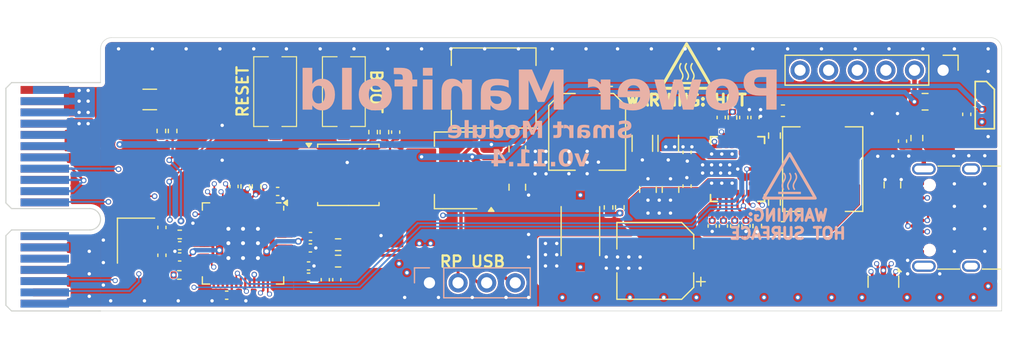
<source format=kicad_pcb>
(kicad_pcb (version 20240108) (generator "pcbnew") (generator_version "8.0")
  (title_block (date "2024-06-29") (rev "v0.11.4"))
  (layers (0 "F.Cu" signal) (1 "In1.Cu" power) (2 "In2.Cu" power) (31 "B.Cu" signal) (34 "B.Paste" user) (35 "F.Paste" user) (36 "B.SilkS" user "B.Silkscreen") (37 "F.SilkS" user "F.Silkscreen") (38 "B.Mask" user) (39 "F.Mask" user) (44 "Edge.Cuts" user))
  (net 0 "")
  (net 1 "VCC")
  (net 2 "GND")
  (net 3 "Net-(C3-Pad1)")
  (net 4 "VIN")
  (net 5 "IMON")
  (net 6 "VBUS")
  (net 7 "Net-(U4-ICOMP)")
  (net 8 "GNDUSB")
  (net 9 "D-")
  (net 10 "D+")
  (net 11 "CC1")
  (net 12 "CC2")
  (net 13 "Net-(C18-Pad1)")
  (net 14 "LED_DIN")
  (net 15 "+5V")
  (net 16 "Net-(C23-Pad2)")
  (net 17 "SCL")
  (net 18 "ENABLE")
  (net 19 "SDA")
  (net 20 "VDD")
  (net 21 "OVERLOAD")
  (net 22 "ALERT")
  (net 24 "/INDUCTOR")
  (net 25 "/OUTDUCTOR")
  (net 26 "/EMI_VIN")
  (net 27 "/XIN")
  (net 28 "+1V1")
  (net 29 "RP_D-")
  (net 30 "/SWCLK")
  (net 31 "/SWD")
  (net 32 "/QSPI_SS")
  (net 33 "/XOUT")
  (net 34 "/QSPI_SD1")
  (net 35 "/QSPI_SD2")
  (net 36 "/QSPI_SD3")
  (net 37 "/QSPI_SD0")
  (net 38 "/QSPI_SCLK")
  (net 39 "/GPIO18")
  (net 40 "/GPIO15")
  (net 41 "/GPIO7")
  (net 42 "/GPIO25")
  (net 43 "/GPIO3")
  (net 44 "/GPIO11")
  (net 45 "/GPIO2")
  (net 46 "/GPIO0")
  (net 47 "/RUN")
  (net 48 "/GPIO8")
  (net 49 "/GPIO16")
  (net 50 "/GPIO20")
  (net 51 "/GPIO19")
  (net 52 "/GPIO14")
  (net 53 "/GPIO17")
  (net 54 "Net-(U4-BST1)")
  (net 55 "/GPIO6")
  (net 56 "/GPIO13")
  (net 57 "/GPIO10")
  (net 58 "/GPIO21")
  (net 59 "/GPIO23")
  (net 60 "/GPIO9")
  (net 61 "Net-(U3-USB_DP)")
  (net 62 "Net-(U3-USB_DM)")
  (net 64 "/VIN_PREFUSE")
  (net 65 "Net-(U4-BST2)")
  (net 66 "VIN_DIVIDER")
  (net 67 "VOUT_DIVIDER")
  (net 68 "RP_D+")
  (net 69 "Net-(J4-SHIELD)")
  (net 79 "Net-(R4-Pad1)")
  (net 80 "/GPIO27_ADC1")
  (net 81 "Net-(R1-Pad2)")
  (net 82 "+3.3V")
  (net 84 "Net-(U4-GPIO1)")
  (footprint "Capacitor_SMD:C_0402_1005Metric" (layer "F.Cu") (at 92.1 33.1 90)
    (property "Reference" "C7" (hide yes))
    (property "Value" "2.2uF")
  )
  (footprint "Connector_USB:USB_C_Receptacle_XKB_U262-16XN-4BVC11" (layer "F.Cu") (at 110.2 42 90)
    (property "Reference" "J4" (hide yes))
    (property "Value" "USB_C_Receptacle_USB2.0_14P")
  )
  (footprint "Resistor_SMD:R_0603_1608Metric" (layer "F.Cu") (at 106.47 34.93 90)
    (property "Reference" "R18" (hide yes))
    (property "Value" "100K")
  )
  (footprint "Capacitor_SMD:C_1206_3216Metric" (layer "F.Cu") (at 82.1 35.4 -90)
    (property "Reference" "C13" (hide yes))
    (property "Value" "4.7uF")
  )
  (footprint "Resistor_SMD:R_0402_1005Metric" (layer "F.Cu") (at 58.2 34.4 90)
    (property "Reference" "R1" (hide yes))
    (property "Value" "1K")
  )
  (footprint "Capacitor_SMD:C_0402_1005Metric" (layer "F.Cu") (at 41.03 44.5 180)
    (property "Reference" "C25" (hide yes))
    (property "Value" "100nF")
  )
  (footprint "Local Library:XKB_TS-1101_SWITCH" (layer "F.Cu") (at 55.6 30.8 -90)
    (property "Reference" "SW1" (hide yes))
    (property "Value" "BOOT")
  )
  (footprint "Inductor_SMD:L_Sunlord_MWSA0603S" (layer "F.Cu") (at 98.11 37.69 -90)
    (property "Reference" "L2" (hide yes))
    (property "Value" "4.7uH")
  )
  (footprint "Resistor_SMD:R_0402_1005Metric" (layer "F.Cu") (at 79.1 41.1 90)
    (property "Reference" "R17" (hide yes))
    (property "Value" "3.3K")
  )
  (footprint "Capacitor_SMD:C_0402_1005Metric" (layer "F.Cu") (at 86.07 36.2 -90)
    (property "Reference" "C14" (hide yes))
    (property "Value" "100nF")
  )
  (footprint "Resistor_SMD:R_0402_1005Metric" (layer "F.Cu") (at 41 47.1)
    (property "Reference" "R4" (hide yes))
    (property "Value" "1K")
  )
  (footprint "Capacitor_SMD:C_0402_1005Metric" (layer "F.Cu") (at 39.45 45.35 -90)
    (property "Reference" "C3" (hide yes))
    (property "Value" "39pF")
  )
  (footprint "Capacitor_SMD:C_0402_1005Metric" (layer "F.Cu") (at 91.3 42.75 -90)
    (property "Reference" "C33" (hide yes))
    (property "Value" "470pF")
  )
  (footprint "Local Library:HOT_SURFACE_SMALL" (layer "F.Cu") (at 86.2 30.734249)
    (property "Reference" "REF**" (hide yes))
    (property "Value" "HOT_SURFACE_SMALL")
  )
  (footprint "Resistor_SMD:R_0402_1005Metric" (layer "F.Cu") (at 92.3 42.75 -90)
    (property "Reference" "R5" (hide yes))
    (property "Value" "10K")
  )
  (footprint "Capacitor_SMD:CP_Elec_6.3x7.7" (layer "F.Cu") (at 83.25 45.85 180)
    (property "Reference" "C29" (hide yes))
    (property "Value" "100uF")
  )
  (footprint "Capacitor_SMD:C_0402_1005Metric" (layer "F.Cu") (at 54.975 47.525 90)
    (property "Reference" "C30" (hide yes))
    (property "Value" "100nF")
  )
  (footprint "Package_TO_SOT_SMD:SOT-223-3_TabPin2" (layer "F.Cu") (at 65.55 37.8 180)
    (property "Reference" "U1" (hide yes))
    (property "Value" "AMS1117-3.3")
  )
  (footprint "Resistor_SMD:R_0603_1608Metric" (layer "F.Cu") (at 93.83 34.71 90)
    (property "Reference" "R7" (hide yes))
    (property "Value" "10R")
  )
  (footprint "Capacitor_SMD:C_0402_1005Metric" (layer "F.Cu") (at 52.47 47.3)
    (property "Reference" "C16" (hide yes))
    (property "Value" "2.2uF")
  )
  (footprint "Capacitor_SMD:C_0402_1005Metric" (layer "F.Cu") (at 52.64 43.68)
    (property "Reference" "C6" (hide yes))
    (property "Value" "100nF")
  )
  (footprint "Capacitor_SMD:C_0402_1005Metric" (layer "F.Cu") (at 52.63 44.7)
    (property "Reference" "C15" (hide yes))
    (property "Value" "100nF")
  )
  (footprint "Capacitor_SMD:C_0402_1005Metric" (layer "F.Cu") (at 41.025 45.5 180)
    (property "Reference" "C9" (hide yes))
    (property "Value" "100nF")
  )
  (footprint "Capacitor_SMD:C_0805_2012Metric" (layer "F.Cu") (at 71 35.9 -90)
    (property "Reference" "C1" (hide yes))
    (property "Value" "10uF")
  )
  (footprint "Resistor_SMD:R_0402_1005Metric" (layer "F.Cu") (at 47.85 39.23 -90)
    (property "Reference" "R11" (hide yes))
    (property "Value" "10K")
  )
  (footprint "Resistor_SMD:R_0402_1005Metric" (layer "F.Cu") (at 80.1 41.09 -90)
    (property "Reference" "R16" (hide yes))
    (property "Value" "22K")
  )
  (footprint "Resistor_SMD:R_0402_1005Metric" (layer "F.Cu") (at 40.4 34.3 -90)
    (property "Reference" "R14" (hide yes))
    (property "Value" "22K")
  )
  (footprint "Capacitor_SMD:C_0402_1005Metric" (layer "F.Cu") (at 49.725 39.675)
    (property "Reference" "C17" (hide yes))
    (property "Value" "100nF")
  )
  (footprint "Capacitor_SMD:C_0402_1005Metric" (layer "F.Cu") (at 86.07 39.2 90)
    (property "Reference" "C26" (hide yes))
    (property "Value" "100nF")
  )
  (footprint "Capacitor_SMD:C_0402_1005Metric" (layer "F.Cu") (at 110.9 32.82 -90)
    (property "Reference" "C37" (hide yes))
    (property "Value" "2.2uF")
  )
  (footprint "Capacitor_SMD:C_0402_1005Metric" (layer "F.Cu") (at 105.2 35.2 90)
    (property "Reference" "C35" (hide yes))
    (property "Value" "100nF")
  )
  (footprint "Connector_PCBEdge:BUS_PCIexpress_x1" (layer "F.Cu") (at 29.05 30.65 -90)
    (property "Reference" "J2" (hide yes))
    (property "Value" "Bus_PCI_Express_x1")
    (fp_line (start -0.15 3.45) (end 10.05 3.45) (stroke (width 0.1)) (layer "Edge.Cuts"))
    (fp_line (start 12.95 3.45) (end 19.15 3.45) (stroke (width 0.1)) (layer "Edge.Cuts"))
    (fp_line (start -0.65 2.95) (end -0.15 3.45) (stroke (width 0.1)) (layer "Edge.Cuts"))
    (fp_line (start 10.55 2.95) (end 10.05 3.45) (stroke (width 0.1)) (layer "Edge.Cuts"))
    (fp_line (start 12.45 2.95) (end 12.95 3.45) (stroke (width 0.1)) (layer "Edge.Cuts"))
    (fp_line (start 19.65 2.95) (end 19.15 3.45) (stroke (width 0.1)) (layer "Edge.Cuts"))
    (fp_line (start 10.55 -4) (end 10.55 2.95) (stroke (width 0.1)) (layer "Edge.Cuts"))
    (fp_line (start 12.45 -4) (end 12.45 2.95) (stroke (width 0.1)) (layer "Edge.Cuts"))
    (fp_line (start -0.65 -4.95) (end -0.65 2.95) (stroke (width 0.1)) (layer "Edge.Cuts"))
    (fp_line (start 19.65 -4.95) (end 19.65 2.95) (stroke (width 0.1)) (layer "Edge.Cuts"))
    (fp_arc (start 10.55 -4) (mid 11.5 -4.95) (end 12.45 -4) (stroke (width 0.1)) (layer "Edge.Cuts"))
  )
  (footprint "Capacitor_SMD:C_0805_2012Metric" (layer "F.Cu") (at 104.3 39.1 -90)
    (property "Reference" "C28" (hide yes))
    (property "Value" "10uF")
  )
  (footprint "Capacitor_SMD:C_0402_1005Metric" (layer "F.Cu") (at 90.3 42.75 -90)
    (property "Reference" "C31" (hide yes))
    (property "Value" "470pF")
  )
  (footprint "Resistor_SMD:R_0402_1005Metric" (layer "F.Cu") (at 46.85 39.23 -90)
    (property "Reference" "R13" (hide yes))
    (property "Value" "10K")
  )
  (footprint "Capacitor_SMD:C_0805_2012Metric" (layer "F.Cu") (at 82.6 39.5 90)
    (property "Reference" "C21" (hide yes))
    (property "Value" "10uF")
  )
  (footprint "Local Library:MPQ4242_QNF-22_4mmx5mm" (layer "F.Cu") (at 90.55 37.685)
    (property "Reference" "U4" (hide yes))
    (property "Value" "MPQ4242")
  )
  (footprint "Fuse:Fuse_1206_3216Metric" (layer "F.Cu") (at 38.37 31.5 180)
    (property "Reference" "F1" (hide yes))
    (property "Value" "8A")
  )
  (footprint "Capacitor_SMD:C_0402_1005Metric" (layer "F.Cu") (at 89.3 42.75 -90)
    (property "Reference" "C32" (hide yes))
    (property "Value" "470pF")
  )
  (footprint "Capacitor_SMD:C_0805_2012Metric" (layer "F.Cu") (at 84.6 39.5 90)
    (property "Reference" "C24" (hide yes))
    (property "Value" "10uF")
  )
  (footprint "Capacitor_SMD:C_0402_1005Metric" (layer "F.Cu") (at 88.3 42.75 -90)
    (property "Reference" "C34" (hide yes))
    (property "Value" "470pF")
  )
  (footprint "Connector_PinHeader_2.54mm:PinHeader_1x06_P2.54mm_Vertical" (layer "F.Cu") (at 108.8 28.9 -90)
    (property "Reference" "J1" (hide yes))
    (property "Value" "Conn_01x06_Pin")
  )
  (footprint "Capacitor_SMD:C_0402_1005Metric" (layer "F.Cu") (at 91.1 33.1 90)
    (property "Reference" "C8" (hide yes))
    (property "Value" "470pF")
  )
  (footprint "Capacitor_SMD:CP_Elec_6.3x7.7" (layer "F.Cu") (at 77.2 34.38 -90)
    (property "Reference" "C11" (hide yes))
    (property "Value" "100uF")
  )
  (footprint "Package_DFN_QFN:QFN-56-1EP_7x7mm_P0.4mm_EP3.2x3.2mm" (layer "F.Cu") (at 46.65 44.3 -90)
    (property "Reference" "U3" (hide yes))
    (property "Value" "RP2040")
  )
  (footprint "Crystal:Crystal_SMD_3225-4Pin_3.2x2.5mm" (layer "F.Cu") (at 37.15 44.05 -90)
    (property "Reference" "Y1" (hide yes))
    (property "Value" "X322512MSB4SI")
  )
  (footprint "Capacitor_SMD:C_0805_2012Metric" (layer "F.Cu") (at 71 39.3 -90)
    (property "Reference" "C4" (hide yes))
    (property "Value" "10uF")
  )
  (footprint "Resistor_SMD:R_0402_1005Metric" (layer "F.Cu") (at 59.2 34.4 90)
    (property "Reference" "R2" (hide yes))
    (property "Value" "10K")
  )
  (footprint "Resistor_SMD:R_0402_1005Metric" (layer "F.Cu") (at 90.1 33.1 -90)
    (property "Reference" "R8" (hide yes))
    (property "Value" "4.7K")
  )
  (footprint "Resistor_SMD:R_0603_1608Metric" (layer "F.Cu") (at 93.83 40.66 90)
    (property "Reference" "R12" (hide yes))
    (property "Value" "0R")
  )
  (footprint "Local Library:LED_Neopixel_Side_Light_SK6812" (layer "F.Cu") (at 112.25 33.5 90)
    (property "Reference" "D2" (hide yes))
    (property "Value" "STATUS_LED")
  )
  (footprint "Capacitor_SMD:C_0603_1608Metric" (layer "F.Cu") (at 94.58 42.87 180)
    (property "Reference" "C23" (hide yes))
    (property "Value" "220nF")
  )
  (footprint "Capacitor_SMD:C_1206_3216Metric" (layer "F.Cu") (at 84.4 35.4 -90)
    (property "Reference" "C12" (hide yes))
    (property "Value" "4.7uF")
  )
  (footprint "Capacitor_SMD:C_0402_1005Metric" (layer "F.Cu") (at 45.2 48.9 180)
    (property "Reference" "C20" (hide yes))
    (property "Value" "100nF")
  )
  (footprint "Resistor_SMD:R_0603_1608Metric" (layer "F.Cu") (at 55.09 45.87 180)
    (property "Reference" "R10" (hide yes))
    (property "Value" "27R")
  )
  (footprint "Capacitor_SMD:C_0402_1005Metric" (layer "F.Cu") (at 52.47 46.3)
    (property "Reference" "C10" (hide yes))
    (property "Value" "2.2uF")
  )
  (footprint "Resistor_SMD:R_2512_6332Metric" (layer "F.Cu") (at 76.6 43.2 -90)
    (property "Reference" "R6" (hide yes))
    (property "Value" "R010")
  )
  (footprint "Capacitor_SMD:C_0402_1005Metric" (layer "F.Cu") (at 53.95 47.525 90)
    (property "Reference" "C27" (hide yes))
    (property "Value" "100nF")
  )
  (footprint "Package_SO:SOIC-8_5.23x5.23mm_P1.27mm" (layer "F.Cu") (at 56 38.2)
    (property "Reference" "U2" (hide yes))
    (property "Value" "W25Q32JVSSIQ")
  )
  (footprint "Resistor_SMD:R_0603_1608Metric" (layer "F.Cu") (at 55.09 44.41 180)
    (property "Reference" "R9" (hide yes))
    (property "Value" "27R")
  )
  (footprint "Resistor_SMD:R_0402_1005Metric" (layer "F.Cu") (at 39.4 34.3 90)
    (property "Reference" "R15" (hide yes))
    (property "Value" "2K")
  )
  (footprint "Capacitor_SMD:C_0805_2012Metric" (layer "F.Cu") (at 107.2 31.7)
    (property "Reference" "C36" (hide yes))
    (property "Value" "10uF")
  )
  (footprint "Local Library:XKB_TS-1101_SWITCH" (layer "F.Cu") (at 49.5 30.8 -90)
    (property "Reference" "SW2" (hide yes))
    (property "Value" "RESET")
  )
  (footprint "Capacitor_SMD:C_0402_1005Metric" (layer "F.Cu") (at 60.2 34.4 90)
    (property "Reference" "C5" (hide yes))
    (property "Value" "100nF")
  )
  (footprint "Capacitor_SMD:C_0603_1608Metric" (layer "F.Cu") (at 94.58 32.5)
    (property "Reference" "C18" (hide yes))
    (property "Value" "220nF")
  )
  (footprint "Capacitor_SMD:C_0402_1005Metric" (layer "F.Cu") (at 89.1 33.1 -90)
    (property "Reference" "C19" (hide yes))
    (property "Value" "4.7nF")
  )
  (footprint "Package_DFN_QFN:Diodes_UDFN-10_1.0x2.5mm_P0.5mm" (layer "F.Cu") (at 103.5 47.7 -90)
    (property "Reference" "D1" (hide yes))
    (property "Value" "TPD4EUSB30")
  )
  (footprint "Inductor_SMD:L_Sunlord_MWSA0603S" (layer "F.Cu") (at 68.9 30.48)
    (property "Reference" "L1" (hide yes))
    (property "Value" "4.7uH")
  )
  (footprint "Resistor_SMD:R_0402_1005Metric" (layer "F.Cu") (at 41.03 43.5 180)
    (property "Reference" "R3" (hide yes))
    (property "Value" "1K")
  )
  (footprint "Capacitor_SMD:C_0402_1005Metric" (layer "F.Cu") (at 45.85 39.23 90)
    (property "Reference" "C22" (hide yes))
    (property "Value" "100nF")
  )
  (footprint "Capacitor_SMD:C_0402_1005Metric" (layer "F.Cu") (at 39.45 42.875 90)
    (property "Reference" "C2" (hide yes))
    (property "Value" "39pF")
  )
  (footprint "Local Library:HOT_SURFACE_SMALL" (layer "B.Cu") (at 95 40.5 180)
    (property "Reference" "REF**" (hide yes))
    (property "Value" "HOT_SURFACE_SMALL")
  )
  (footprint "Connector_PinHeader_2.54mm:PinHeader_1x04_P2.54mm_Vertical" (layer "B.Cu") (at 63.2 47.8 -90)
    (property "Reference" "J3" (hide yes))
    (property "Value" "RP_USB")
  )
  (gr_arc (start 34 27) (mid 34.292893 26.292893) (end 35 26) (stroke (width 0.05)) (layer "Edge.Cuts"))
  (gr_arc (start 113 26) (mid 113.707107 26.292893) (end 114 27) (stroke (width 0.05)) (layer "Edge.Cuts"))
  (gr_line (start 35 26) (end 113 26) (stroke (width 0.05)) (layer "Edge.Cuts"))
  (gr_line (start 114 27) (end 114 50.3) (stroke (width 0.05)) (layer "Edge.Cuts"))
  (gr_line (start 114 50.3) (end 34 50.3) (stroke (width 0.05)) (layer "Edge.Cuts"))
  (gr_line (start 34 27) (end 34 30) (stroke (width 0.05)) (layer "Edge.Cuts"))
  (gr_text "WARNING:\nHOT SURFACE" (at 95 44 0) (layer "B.SilkS") (effects (font (size 1 1) (thickness 0.25) (bold yes)) (justify bottom mirror)))
  (gr_text "Smart Module\n${REVISION}" (at 73 37.7 0) (layer "B.SilkS") (effects (font (size 1.5 1.5) (thickness 0.3) (bold yes)) (justify bottom mirror)))
  (gr_text "Power Manifold" (at 73 33 0) (layer "B.SilkS") (effects (font (size 3.5 3.5) (thickness 0.2) (bold yes) (italic yes)) (justify bottom mirror)))
  (gr_text "BOOT" (at 57.9 30.8 270) (layer "F.SilkS") (effects (font (size 1 1) (thickness 0.2) (bold yes)) (justify bottom)))
  (gr_text "RP USB" (at 64 46.5 -0) (layer "F.SilkS") (effects (font (size 1 1) (thickness 0.2) (bold yes)) (justify left bottom)))
  (gr_text "WARNING: HOT" (at 86 32.15 0) (layer "F.SilkS") (effects (font (size 1 1) (thickness 0.25) (bold yes)) (justify bottom)))
  (gr_text "RESET" (at 47.2 30.8 90) (layer "F.SilkS") (effects (font (size 1 1) (thickness 0.2) (bold yes)) (justify bottom)))
  (segment (start 91.05 35.36) (end 91.05 34.63) (width 0.25) (layer "F.Cu") (net 1))
  (segment (start 91.05 34.63) (end 92.1 33.58) (width 0.25) (layer "F.Cu") (net 1))
  (segment (start 86.07 36.96) (end 86.09 36.98) (width 0.2) (layer "F.Cu") (net 2))
  (segment (start 89.13 34.38) (end 89.13 34.39) (width 0.25) (layer "F.Cu") (net 2))
  (segment (start 86.07 38.45) (end 86.05 38.45) (width 0.2) (layer "F.Cu") (net 2))
  (segment (start 86.07 36.95) (end 86.07 36.96) (width 0.2) (layer "F.Cu") (net 2))
  (segment (start 89.55 34.81) (end 89.55 35.36) (width 0.25) (layer "F.Cu") (net 2))
  (segment (start 89.13 34.39) (end 89.55 34.81) (width 0.25) (layer "F.Cu") (net 2))
  (via (at 59.5 27) (size 0.5) (drill 0.3) (layers "F.Cu" "B.Cu") (net 2))
  (via (at 95 27) (size 0.5) (drill 0.3) (layers "F.Cu" "B.Cu") (net 2))
  (via (at 105.6 49.1) (size 0.5) (drill 0.3) (layers "F.Cu" "B.Cu") (net 2))
  (via (at 55.9 37.1) (size 0.5) (drill 0.3) (layers "F.Cu" "B.Cu") (net 2))
  (via (at 45.35 45.6) (size 0.6) (drill 0.35) (layers "F.Cu" "B.Cu") (net 2))
  (via (at 92.6 32.4) (size 0.45) (drill 0.3) (layers "F.Cu" "B.Cu") (net 2))
  (via (at 44.8 33.8) (size 0.5) (drill 0.3) (layers "F.Cu" "B.Cu") (net 2))
  (via (at 72.6 36.11) (size 0.5) (drill 0.3) (layers "F.Cu" "B.Cu") (net 2))
  (via (at 52.95 46.3) (size 0.5) (drill 0.3) (layers "F.Cu" "B.Cu") (net 2))
  (via (at 37.9 49.4) (size 0.5) (drill 0.3) (layers "F.Cu" "B.Cu") (net 2))
  (via (at 74.1 27) (size 0.5) (drill 0.3) (layers "F.Cu" "B.Cu") (net 2))
  (via (at 46.9 49.4) (size 0.5) (drill 0.3) (layers "F.Cu" "B.Cu") (net 2))
  (via (at 107 27) (size 0.5) (drill 0.3) (layers "F.Cu" "B.Cu") (net 2))
  (via (at 103.5 46.7) (size 0.45) (drill 0.3) (layers "F.Cu" "B.Cu") (net 2))
  (via (at 82.9 27) (size 0.5) (drill 0.3) (layers "F.Cu" "B.Cu") (net 2))
  (via (at 112.8 29) (size 0.5) (drill 0.3) (layers "F.Cu" "B.Cu") (net 2))
  (via (at 91.6 32.4) (size 0.45) (drill 0.3) (layers "F.Cu" "B.Cu") (net 2))
  (via (at 88.9 27) (size 0.5) (drill 0.3) (layers "F.Cu" "B.Cu") (net 2))
  (via (at 86.09 36.98) (size 0.5) (drill 0.3) (layers "F.Cu" "B.Cu") (net 2))
  (via (at 72 45.5) (size 0.5) (drill 0.3) (layers "F.Cu" "B.Cu") (net 2))
  (via (at 70 49.1) (size 0.5) (drill 0.3) (layers "F.Cu" "B.Cu") (net 2))
  (via (at 53.5 27) (size 0.5) (drill 0.3) (layers "F.Cu" "B.Cu") (net 2))
  (via (at 104.75 32.75) (size 0.45) (drill 0.3) (layers "F.Cu" "B.Cu") (net 2))
  (via (at 72 43.5) (size 0.5) (drill 0.3) (layers "F.Cu" "B.Cu") (net 2))
  (via (at 73.55 36.11) (size 0.5) (drill 0.3) (layers "F.Cu" "B.Cu") (net 2))
  (via (at 92.6 33) (size 0.45) (drill 0.3) (layers "F.Cu" "B.Cu") (net 2))
  (via (at 87.45 37.315) (size 0.45) (drill 0.3) (layers "F.Cu" "B.Cu") (net 2))
  (via (at 64 49.1) (size 0.5) (drill 0.3) (layers "F.Cu" "B.Cu") (net 2))
  (via (at 84 49.1) (size 0.5) (drill 0.3) (layers "F.Cu" "B.Cu") (net 2))
  (via (at 46.65 43) (size 0.6) (drill 0.35) (layers "F.Cu" "B.Cu") (net 2))
  (via (at 89.85 37.315) (size 0.45) (drill 0.3) (layers "F.Cu" "B.Cu") (net 2))
  (via (at 111.5 49.1) (size 0.5) (drill 0.3) (layers "F.Cu" "B.Cu") (net 2))
  (via (at 41.6 27) (size 0.5) (drill 0.3) (layers "F.Cu" "B.Cu") (net 2))
  (via (at 86.05 38.45) (size 0.5) (drill 0.3) (layers "F.Cu" "B.Cu") (net 2))
  (via (at 101 27) (size 0.5) (drill 0.3) (layers "F.Cu" "B.Cu") (net 2))
  (via (at 77.2 37.09) (size 0.5) (drill 0.3) (layers "F.Cu" "B.Cu") (net 2))
  (via (at 34.25 48) (size 0.5) (drill 0.3) (layers "F.Cu" "B.Cu") (net 2))
  (via (at 79.9 27) (size 0.5) (drill 0.3) (layers "F.Cu" "B.Cu") (net 2))
  (via (at 86.9 49.1) (size 0.5) (drill 0.3) (layers "F.Cu" "B.Cu") (net 2))
  (via (at 81 49.1) (size 0.5) (drill 0.3) (layers "F.Cu" "B.Cu") (net 2))
  (via (at 112.8 27) (size 0.5) (drill 0.3) (layers "F.Cu" "B.Cu") (net 2))
  (via (at 102.5 32.75) (size 0.45) (drill 0.3) (layers "F.Cu" "B.Cu") (net 2))
  (via (at 72 49.1) (size 0.5) (drill 0.3) (layers "F.Cu" "B.Cu") (net 2))
  (via (at 68.1 27) (size 0.5) (drill 0.3) (layers "F.Cu" "B.Cu") (net 2))
  (via (at 42.2 42.5) (size 0.5) (drill 0.3) (layers "F.Cu" "B.Cu") (net 2))
  (via (at 34.25 44) (size 0.5) (drill 0.3) (layers "F.Cu" "B.Cu") (net 2))
  (via (at 104 27) (size 0.5) (drill 0.3) (layers "F.Cu" "B.Cu") (net 2))
  (via (at 72.6 37.09) (size 0.5) (drill 0.3) (layers "F.Cu" "B.Cu") (net 2))
  (via (at 90.57 37.685) (size 0.45) (drill 0.3) (layers "F.Cu" "B.Cu") (net 2))
  (via (at 78.2 37.07) (size 0.5) (drill 0.3) (layers "F.Cu" "B.Cu") (net 2))
  (via (at 32.9 33.65) (size 0.5) (drill 0.3) (layers "F.Cu" "B.Cu") (net 2))
  (via (at 82.6 38.55) (size 0.5) (drill 0.3) (layers "F.Cu" "B.Cu") (net 2))
  (via (at 101.6 49.1) (size 0.5) (drill 0.3) (layers "F.Cu" "B.Cu") (net 2))
  (via (at 89.13 34.38) (size 0.45) (drill 0.3) (layers "F.Cu" "B.Cu") (net 2))
  (via (at 72.58 38.11) (size 0.5) (drill 0.3) (layers "F.Cu" "B.Cu") (net 2))
  (via (at 112.8 34.8) (size 0.5) (drill 0.3) (layers "F.Cu" "B.Cu") (net 2))
  (via (at 98 27) (size 0.5) (drill 0.3) (layers "F.Cu" "B.Cu") (net 2))
  (via (at 82.1 36.875) (size 0.5) (drill 0.3) (layers "F.Cu" "B.Cu") (net 2))
  (via (at 44.8 36.9) (size 0.5) (drill 0.3) (layers "F.Cu" "B.Cu") (net 2))
  (via (at 78 49.1) (size 0.5) (drill 0.3) (layers "F.Cu" "B.Cu") (net 2))
  (via (at 89.05 38.04) (size 0.45) (drill 0.3) (layers "F.Cu" "B.Cu") (net 2))
  (via (at 91.9 27) (size 0.5) (drill 0.3) (layers "F.Cu" "B.Cu") (net 2))
  (via (at 47.975 43) (size 0.6) (drill 0.35) (layers "F.Cu" "B.Cu") (net 2))
  (via (at 43.9 49.4) (size 0.5) (drill 0.3) (layers "F.Cu" "B.Cu") (net 2))
  (via (at 75.59 36.12) (size 0.5) (drill 0.3) (layers "F.Cu" "B.Cu") (net 2))
  (via (at 40.9 49.4) (size 0.5) (drill 0.3) (layers "F.Cu" "B.Cu") (net 2))
  (via (at 33 45) (size 0.5) (drill 0.3) (layers "F.Cu" "B.Cu") (net 2))
  (via (at 89.05 37.315) (size 0.45) (drill 0.3) (layers "F.Cu" "B.Cu") (net 2))
  (via (at 67 49.1) (size 0.5) (drill 0.3) (layers "F.Cu" "B.Cu") (net 2))
  (via (at 109.8 27) (size 0.5) (drill 0.3) (layers "F.Cu" "B.Cu") (net 2))
  (via (at 77.2 38.1) (size 0.5) (drill 0.3) (layers "F.Cu" "B.Cu") (net 2))
  (via (at 85.9 27) (size 0.5) (drill 0.3) (layers "F.Cu" "B.Cu") (net 2))
  (via (at 77.2 36.11) (size 0.5) (drill 0.3) (layers "F.Cu" "B.Cu") (net 2))
  (via (at 73.55 38.11) (size 0.5) (drill 0.3) (layers "F.Cu" "B.Cu") (net 2))
  (via (at 56.5 27) (size 0.5) (drill 0.3) (layers "F.Cu" "B.Cu") (net 2))
  (via (at 58.9 43.6) (size 0.5) (drill 0.3) (layers "F.Cu" "B.Cu") (net 2))
  (via (at 33 49) (size 0.5) (drill 0.3) (layers "F.Cu" "B.Cu") (net 2))
  (via (at 47.6 27) (size 0.5) (drill 0.3) (layers "F.Cu" "B.Cu") (net 2))
  (via (at 89.9 49.1) (size 0.5) (drill 0.3) (layers "F.Cu" "B.Cu") (net 2))
  (via (at 87.45 38.04) (size 0.45) (drill 0.3) (layers "F.Cu" "B.Cu") (net 2))
  (via (at 88.3 43.23) (size 0.45) (drill 0.3) (layers "F.Cu" "B.Cu") (net 2))
  (via (at 75.59 37.08) (size 0.5) (drill 0.3) (layers "F.Cu" "B.Cu") (net 2))
  (via (at 88.25 37.315) (size 0.45) (drill 0.3) (layers "F.Cu" "B.Cu") (net 2))
  (via (at 71.1 27) (size 0.5) (drill 0.3) (layers "F.Cu" "B.Cu") (net 2))
  (via (at 73.54 37.08) (size 0.5) (drill 0.3) (layers "F.Cu" "B.Cu") (net 2))
  (via (at 47.975 44.275) (size 0.6) (drill 0.35) (layers "F.Cu" "B.Cu") (net 2))
  (via (at 46.65 45.6) (size 0.6) (drill 0.35) (layers "F.Cu" "B.Cu") (net 2))
  (via (at 95.9 49.1) (size 0.5) (drill 0.3) (layers "F.Cu" "B.Cu") (net 2))
  (via (at 98.9 49.1) (size 0.5) (drill 0.3) (layers "F.Cu" "B.Cu") (net 2))
  (via (at 47.975 45.6) (size 0.6) (drill 0.35) (layers "F.Cu" "B.Cu") (net 2))
  (via (at 88.25 38.04) (size 0.45) (drill 0.3) (layers "F.Cu" "B.Cu") (net 2))
  (via (at 38.6 27) (size 0.5) (drill 0.3) (layers "F.Cu" "B.Cu") (net 2))
  (via (at 92.3 43.26) (size 0.5) (drill 0.3) (layers "F.Cu" "B.Cu") (net 2))
  (via (at 53.11 44.7) (size 0.5) (drill 0.3) (layers "F.Cu" "B.Cu") (net 2))
  (via (at 84.6 38.55) (size 0.5) (drill 0.3) (layers "F.Cu" "B.Cu") (net 2))
  (via (at 45.35 43) (size 0.6) (drill 0.35) (layers "F.Cu" "B.Cu") (net 2))
  (via (at 62.5 27) (size 0.5) (drill 0.3) (layers "F.Cu" "B.Cu") (net 2))
  (via (at 65.1 27) (size 0.5) (drill 0.3) (layers "F.Cu" "B.Cu") (net 2))
  (via (at 61 49.1) (size 0.5) (drill 0.3) (layers "F.Cu" "B.Cu") (net 2))
  (via (at 50.5 27) (size 0.5) (drill 0.3) (layers "F.Cu" "B.Cu") (net 2))
  (via (at 44.6 27) (size 0.5) (drill 0.3) (layers "F.Cu" "B.Cu") (net 2))
  (via (at 33 47) (size 0.5) (drill 0.3) (layers "F.Cu" "B.Cu") (net 2))
  (via (at 32.1 33.65) (size 0.5) (drill 0.3) (layers "F.Cu" "B.Cu") (net 2))
  (via (at 45.35 44.275) (size 0.6) (drill 0.35) (layers "F.Cu" "B.Cu") (net 2))
  (via (at 91.3 43.23) (size 0.45) (drill 0.3) (layers "F.Cu" "B.Cu") (net 2))
  (via (at 50.2 40.3) (size 0.5) (drill 0.3) (layers "F.Cu" "B.Cu") (net 2))
  (via (at 34.9 49.4) (size 0.5) (drill 0.3) (layers "F.Cu" "B.Cu") (net 2))
  (via (at 35.6 27) (size 0.5) (drill 0.3) (layers "F.Cu" "B.Cu") (net 2))
  (via (at 92.9 49.1) (size 0.5) (drill 0.3) (layers "F.Cu" "B.Cu") (net 2))
  (via (at 77.1 27) (size 0.5) (drill 0.3) (layers "F.Cu" "B.Cu") (net 2))
  (via (at 108.5 49.1) (size 0.5) (drill 0.3) (layers "F.Cu" "B.Cu") (net 2))
  (via (at 46.65 44.275) (size 0.6) (drill 0.35) (layers "F.Cu" "B.Cu") (net 2))
  (via (at 75.58 38.1) (size 0.5) (drill 0.3) (layers "F.Cu" "B.Cu") (net 2))
  (via (at 75 49.1) (size 0.5) (drill 0.3) (layers "F.Cu" "B.Cu") (net 2))
  (via (at 76.6 40) (size 0.5) (drill 0.3) (layers "F.Cu" "B.Cu") (net 2))
  (via (at 40.6 45) (size 0.5) (drill 0.3) (layers "F.Cu" "B.Cu") (net 2))
  (via (at 89.85 38.04) (size 0.45) (drill 0.3) (layers "F.Cu" "B.Cu") (net 2))
  (via (at 72 40) (size 0.5) (drill 0.3) (layers "F.Cu" "B.Cu") (net 2))
  (via (at 84.4 36.875) (size 0.5) (drill 0.3) (layers "F.Cu" "B.Cu") (net 2))
  (via (at 112.8 48.1) (size 0.5) (drill 0.3) (layers "F.Cu" "B.Cu") (net 2))
  (via (at 34.25 46) (size 0.5) (drill 0.3) (layers "F.Cu" "B.Cu") (net 2))
  (segment (start 39.45 44.87) (end 39.45 44.51) (width 0.15) (layer "F.Cu") (net 3))
  (segment (start 39.45 44.87) (end 38.28 44.87) (width 0.15) (layer "F.Cu") (net 3))
  (segment (start 39.45 44.51) (end 40.46 43.5) (width 0.15) (layer "F.Cu") (net 3))
  (segment (start 40.4 33.6) (end 40.4 32.91) (width 0.4) (layer "F.Cu") (net 4))
  (segment (start 47.65 47.065746) (end 47.648669 47.064415) (width 0.2) (layer "F.Cu") (net 5))
  (segment (start 47.65 47.7375) (end 47.65 47.065746) (width 0.2) (layer "F.Cu") (net 5))
  (segment (start 89.11 33.58) (end 90.09 32.6) (width 0.25) (layer "F.Cu") (net 5))
  (via (at 90.1 32.6) (size 0.5) (drill 0.3) (layers "F.Cu" "B.Cu") (net 5))
  (via (at 47.648669 47.064415) (size 0.5) (drill 0.3) (layers "F.Cu" "B.Cu") (net 5))
  (segment (start 80.1 40.58) (end 81.62 40.58) (width 0.25) (layer "F.Cu") (net 6))
  (segment (start 81.62 40.58) (end 81.75 40.45) (width 0.25) (layer "F.Cu") (net 6))
  (segment (start 81.75 40.45) (end 82.6 40.45) (width 0.25) (layer "F.Cu") (net 6))
  (via (at 84.6 41.6) (size 0.5) (drill 0.3) (layers "F.Cu" "B.Cu") (net 6))
  (via (at 84.6 40.45) (size 0.5) (drill 0.3) (layers "F.Cu" "B.Cu") (net 6))
  (via (at 82.6 40.45) (size 0.5) (drill 0.3) (layers "F.Cu" "B.Cu") (net 6))
  (via (at 88.25 38.94) (size 0.45) (drill 0.3) (layers "F.Cu" "B.Cu") (net 6))
  (via (at 83.6 41.6) (size 0.5) (drill 0.3) (layers "F.Cu" "B.Cu") (net 6))
  (via (at 83.6 40.45) (size 0.5) (drill 0.3) (layers "F.Cu" "B.Cu") (net 6))
  (via (at 90.07 38.94) (size 0.45) (drill 0.3) (layers "F.Cu" "B.Cu") (net 6))
  (via (at 89.15 38.94) (size 0.45) (drill 0.3) (layers "F.Cu" "B.Cu") (net 6))
  (via (at 82.6 41.6) (size 0.5) (drill 0.3) (layers "F.Cu" "B.Cu") (net 6))
  (segment (start 90.55 34.13) (end 90.55 35.36) (width 0.25) (layer "F.Cu") (net 7))
  (segment (start 91.1 33.58) (end 90.55 34.13) (width 0.25) (layer "F.Cu") (net 7))
  (segment (start 88.5 35.25) (end 88.5 35.485) (width 0.3) (layer "F.Cu") (net 8))
  (segment (start 88.5 35.485) (end 88.7 35.685) (width 0.3) (layer "F.Cu") (net 8))
  (via (at 88.5 35.25) (size 0.5) (drill 0.3) (layers "F.Cu" "B.Cu") (net 8))
  (via (at 108.5 47) (size 0.6) (drill 0.3) (layers "F.Cu" "B.Cu") (net 8))
  (via (at 73.5 44.3) (size 0.5) (drill 0.3) (layers "F.Cu" "B.Cu") (net 8))
  (via (at 78.9 46.5) (size 0.5) (drill 0.3) (layers "F.Cu" "B.Cu") (net 8))
  (via (at 80.9 45.5) (size 0.5) (drill 0.3) (layers "F.Cu" "B.Cu") (net 8))
  (via (at 81.9 46.5) (size 0.5) (drill 0.3) (layers "F.Cu" "B.Cu") (net 8))
  (via (at 79.9 46.5) (size 0.5) (drill 0.3) (layers "F.Cu" "B.Cu") (net 8))
  (via (at 112.5 39) (size 0.5) (drill 0.3) (layers "F.Cu" "B.Cu") (net 8))
  (via (at 112.5 36.5) (size 0.5) (drill 0.3) (layers "F.Cu" "B.Cu") (net 8))
  (via (at 74.5 46.3) (size 0.5) (drill 0.3) (layers "F.Cu" "B.Cu") (net 8))
  (via (at 73.5 46.3) (size 0.5) (drill 0.3) (layers "F.Cu" "B.Cu") (net 8))
  (via (at 104.33 36.53) (size 0.5) (drill 0.3) (layers "F.Cu" "B.Cu") (net 8))
  (via (at 78.9 45.5) (size 0.5) (drill 0.3) (layers "F.Cu" "B.Cu") (net 8))
  (via (at 74.5 44.3) (size 0.5) (drill 0.3) (layers "F.Cu" "B.Cu") (net 8))
  (via (at 109.8 39) (size 0.5) (drill 0.3) (layers "F.Cu" "B.Cu") (net 8))
  (via (at 109.8 43) (size 0.5) (drill 0.3) (layers "F.Cu" "B.Cu") (net 8))
  (via (at 74.5 45.3) (size 0.5) (drill 0.3) (layers "F.Cu" "B.Cu") (net 8))
  (via (at 109.8 45) (size 0.5) (drill 0.3) (layers "F.Cu" "B.Cu") (net 8))
  (via (at 81.9 45.5) (size 0.5) (drill 0.3) (layers "F.Cu" "B.Cu") (net 8))
  (via (at 76.6 46.4) (size 0.5) (drill 0.3) (layers "F.Cu" "B.Cu") (net 8))
  (via (at 109.8 41) (size 0.5) (drill 0.3) (layers "F.Cu" "B.Cu") (net 8))
  (via (at 112.5 45) (size 0.5) (drill 0.3) (layers "F.Cu" "B.Cu") (net 8))
  (via (at 105.65 45.8) (size 0.6) (drill 0.3) (layers "F.Cu" "B.Cu") (net 8))
  (via (at 105.08 38.62) (size 0.5) (drill 0.3) (layers "F.Cu" "B.Cu") (net 8))
  (via (at 73.5 45.3) (size 0.5) (drill 0.3) (layers "F.Cu" "B.Cu") (net 8))
  (via (at 112.5 43) (size 0.5) (drill 0.3) (layers "F.Cu" "B.Cu") (net 8))
  (via (at 111.08 36.5) (size 0.5) (drill 0.3) (layers "F.Cu" "B.Cu") (net 8))
  (via (at 80.9 46.5) (size 0.5) (drill 0.3) (layers "F.Cu" "B.Cu") (net 8))
  (via (at 109.75 36.52) (size 0.5) (drill 0.3) (layers "F.Cu" "B.Cu") (net 8))
  (via (at 103.65 38.62) (size 0.5) (drill 0.3) (layers "F.Cu" "B.Cu") (net 8))
  (via (at 112.5 41) (size 0.5) (drill 0.3) (layers "F.Cu" "B.Cu") (net 8))
  (via (at 105.75 36.53) (size 0.5) (drill 0.3) (layers "F.Cu" "B.Cu") (net 8))
  (via (at 103 36.55) (size 0.5) (drill 0.3) (layers "F.Cu" "B.Cu") (net 8))
  (via (at 79.9 45.5) (size 0.5) (drill 0.3) (layers "F.Cu" "B.Cu") (net 8))
  (via (at 105.65 47) (size 0.6) (drill 0.3) (layers "F.Cu" "B.Cu") (net 8))
  (segment (start 105.615 41.905) (end 105.76 41.76) (width 0.2) (layer "F.Cu") (net 9))
  (segment (start 102.9 46.1) (end 103 46.2) (width 0.2) (layer "F.Cu") (net 9))
  (segment (start 90.05 41.405) (end 90.05 40.01) (width 0.2) (layer "F.Cu") (net 9))
  (segment (start 105.76 41.76) (end 106.52 41.76) (width 0.2) (layer "F.Cu") (net 9))
  (segment (start 105.615 42.685) (end 105.615 41.905) (width 0.2) (layer "F.Cu") (net 9))
  (segment (start 103 46.2) (end 103 47.3125) (width 0.2) (layer "F.Cu") (net 9))
  (segment (start 90.3 41.655) (end 90.05 41.405) (width 0.2) (layer "F.Cu") (net 9))
  (segment (start 105.68 42.75) (end 105.615 42.685) (width 0.2) (layer "F.Cu") (net 9))
  (segment (start 106.51 42.75) (end 105.68 42.75) (width 0.2) (layer "F.Cu") (net 9))
  (segment (start 90.3 42.27) (end 90.3 41.655) (width 0.2) (layer "F.Cu") (net 9))
  (via (at 90.3 42.27) (size 0.5) (drill 0.3) (layers "F.Cu" "B.Cu") (net 9))
  (via (at 105.68 42.75) (size 0.5) (drill 0.3) (layers "F.Cu" "B.Cu") (net 9))
  (via (at 102.9 46.1) (size 0.45) (drill 0.3) (layers "F.Cu" "B.Cu") (net 9))
  (segment (start 89.3 42.27) (end 89.3 41.7) (width 0.2) (layer "F.Cu") (net 10))
  (segment (start 89.3 41.7) (end 89.55 41.45) (width 0.2) (layer "F.Cu") (net 10))
  (segment (start 107.27 41.26) (end 106.52 41.26) (width 0.2) (layer "F.Cu") (net 10))
  (segment (start 107.465 41.455) (end 107.27 41.26) (width 0.2) (layer "F.Cu") (net 10))
  (segment (start 107.4 42.25) (end 107.465 42.185) (width 0.2) (layer "F.Cu") (net 10))
  (segment (start 107.465 42.185) (end 107.465 41.455) (width 0.2) (layer "F.Cu") (net 10))
  (segment (start 89.55 41.45) (end 89.55 40.01) (width 0.2) (layer "F.Cu") (net 10))
  (segment (start 104 46.3) (end 104 47.3125) (width 0.2) (layer "F.Cu") (net 10))
  (segment (start 106.53 42.25) (end 107.4 42.25) (width 0.2) (layer "F.Cu") (net 10))
  (segment (start 104.2 46.1) (end 104 46.3) (width 0.2) (layer "F.Cu") (net 10))
  (via (at 107.4 42.25) (size 0.5) (drill 0.3) (layers "F.Cu" "B.Cu") (net 10))
  (via (at 104.2 46.1) (size 0.45) (drill 0.3) (layers "F.Cu" "B.Cu") (net 10))
  (via (at 89.3 42.27) (size 0.5) (drill 0.3) (layers "F.Cu" "B.Cu") (net 10))
  (segment (start 91.3 41.917463) (end 90.55 41.167463) (width 0.2) (layer "F.Cu") (net 11))
  (segment (start 90.55 41.167463) (end 90.55 40.01) (width 0.2) (layer "F.Cu") (net 11))
  (segment (start 102.4 46.8) (end 102.5 46.9) (width 0.2) (layer "F.Cu") (net 11))
  (segment (start 107.4 43.25) (end 106.53 43.25) (width 0.2) (layer "F.Cu") (net 11))
  (segment (start 102.5 46.9) (end 102.5 47.3125) (width 0.2) (layer "F.Cu") (net 11))
  (segment (start 91.3 42.27) (end 91.3 41.917463) (width 0.2) (layer "F.Cu") (net 11))
  (via (at 91.3 42.27) (size 0.45) (drill 0.3) (layers "F.Cu" "B.Cu") (net 11))
  (via (at 107.4 43.25) (size 0.5) (drill 0.3) (layers "F.Cu" "B.Cu") (net 11))
  (via (at 102.4 46.8) (size 0.45) (drill 0.3) (layers "F.Cu" "B.Cu") (net 11))
  (segment (start 88.3 42.27) (end 88.3 41.9) (width 0.2) (layer "F.Cu") (net 12))
  (segment (start 107.4 40.25) (end 107.39 40.26) (width 0.2) (layer "F.Cu") (net 12))
  (segment (start 89 41.2) (end 89 40.01) (width 0.2) (layer "F.Cu") (net 12))
  (segment (start 104.5 46.9) (end 104.5 47.3125) (width 0.2) (layer "F.Cu") (net 12))
  (segment (start 107.39 40.26) (end 106.52 40.26) (width 0.2) (layer "F.Cu") (net 12))
  (segment (start 104.6 46.8) (end 104.5 46.9) (width 0.2) (layer "F.Cu") (net 12))
  (segment (start 88.3 41.9) (end 89 41.2) (width 0.2) (layer "F.Cu") (net 12))
  (via (at 104.6 46.8) (size 0.45) (drill 0.3) (layers "F.Cu" "B.Cu") (net 12))
  (via (at 107.4 40.25) (size 0.5) (drill 0.3) (layers "F.Cu" "B.Cu") (net 12))
  (via (at 88.3 42.27) (size 0.45) (drill 0.3) (layers "F.Cu" "B.Cu") (net 12))
  (segment (start 93.83 33.885) (end 93.83 32.525) (width 0.6) (layer "F.Cu") (net 13))
  (segment (start 48.45 39.375) (end 48.45 40.8625) (width 0.2) (layer "F.Cu") (net 14))
  (segment (start 48.575 39.25) (end 48.45 39.375) (width 0.2) (layer "F.Cu") (net 14))
  (via (at 48.575 39.25) (size 0.45) (drill 0.3) (layers "F.Cu" "B.Cu") (net 14))
  (via (at 112.25 33.5) (size 0.5) (drill 0.3) (layers "F.Cu" "B.Cu") (net 14))
  (segment (start 32.5 38.7) (end 31.45 37.65) (width 0.2) (layer "F.Cu") (net 15))
  (segment (start 66 43.4) (end 70.4 47.8) (width 0.3) (layer "F.Cu") (net 15))
  (segment (start 71 34.95) (end 70.25 34.95) (width 0.6) (layer "F.Cu") (net 15))
  (segment (start 66 36.6) (end 66 43.4) (width 0.3) (layer "F.Cu") (net 15))
  (segment (start 69.7 35.5) (end 68.7 35.5) (width 0.6) (layer "F.Cu") (net 15))
  (segment (start 70.25 34.95) (end 69.7 35.5) (width 0.6) (layer "F.Cu") (net 15))
  (segment (start 70.4 47.8) (end 70.82 47.8) (width 0.3) (layer "F.Cu") (net 15))
  (segment (start 67.1 35.5) (end 66 36.6) (width 0.3) (layer "F.Cu") (net 15))
  (segment (start 68.7 35.5) (end 67.1 35.5) (width 0.3) (layer "F.Cu") (net 15))
  (segment (start 112.215 32.34) (end 112.25 32.375) (width 0.15) (layer "F.Cu") (net 15))
  (segment (start 31.45 37.65) (end 29.05 37.65) (width 0.2) (layer "F.Cu") (net 15))
  (segment (start 110.9 32.34) (end 112.215 32.34) (width 0.15) (layer "F.Cu") (net 15))
  (via (at 112.25 32.375) (size 0.5) (drill 0.3) (layers "F.Cu" "B.Cu") (net 15))
  (via (at 68.7 35.5) (size 0.5) (drill 0.3) (layers "F.Cu" "B.Cu") (net 15))
  (via (at 35.7 35.5) (size 0.5) (drill 0.3) (layers "F.Cu" "B.Cu") (net 15))
  (via (at 32.5 38.7) (size 0.5) (drill 0.3) (layers "F.Cu" "B.Cu") (net 15))
  (segment (start 112.225 32.375) (end 110.15 30.3) (width 0.4) (layer "B.Cu") (net 15))
  (segment (start 75.484747 30.3) (end 70.284747 35.5) (width 0.4) (layer "B.Cu") (net 15))
  (segment (start 70.284747 35.5) (end 68.7 35.5) (width 0.4) (layer "B.Cu") (net 15))
  (segment (start 110.15 30.3) (end 75.484747 30.3) (width 0.4) (layer "B.Cu") (net 15))
  (segment (start 32.45 38.65) (end 32.5 38.7) (width 0.2) (layer "B.Cu") (net 15))
  (segment (start 35.7 35.5) (end 68.7 35.5) (width 0.6) (layer "B.Cu") (net 15))
  (segment (start 31.55 39.65) (end 29.05 39.65) (width 0.2) (layer "B.Cu") (net 15))
  (segment (start 32.5 38.7) (end 31.55 39.65) (width 0.2) (layer "B.Cu") (net 15))
  (segment (start 29.05 38.65) (end 32.45 38.65) (width 0.2) (layer "B.Cu") (net 15))
  (segment (start 93.83 41.485) (end 93.83 42.845) (width 0.6) (layer "F.Cu") (net 16))
  (segment (start 37.126984 40.1) (end 33.576984 43.65) (width 0.15) (layer "F.Cu") (net 17))
  (segment (start 92.644413 40.89) (end 92.1 40.345587) (width 0.2) (layer "F.Cu") (net 17))
  (segment (start 92.75 40.89) (end 92.644413 40.89) (width 0.2) (layer "F.Cu") (net 17))
  (segment (start 38.8 40.1) (end 37.126984 40.1) (width 0.15) (layer "F.Cu") (net 17))
  (segment (start 47.05 39.45) (end 46.85 39.65) (width 0.2) (layer "F.Cu") (net 17))
  (segment (start 46.85 39.65) (end 46.85 40.8625) (width 0.2) (layer "F.Cu") (net 17))
  (segment (start 33.576984 43.65) (end 29.05 43.65) (width 0.15) (layer "F.Cu") (net 17))
  (via (at 38.8 40.1) (size 0.5) (drill 0.3) (layers "F.Cu" "B.Cu") (net 17))
  (via (at 92.75 40.89) (size 0.45) (drill 0.3) (layers "F.Cu" "B.Cu") (net 17))
  (via (at 47.05 39.45) (size 0.45) (drill 0.3) (layers "F.Cu" "B.Cu") (net 17))
  (segment (start 46.15 46.95) (end 46.05 47.05) (width 0.15) (layer "F.Cu") (net 18))
  (segment (start 46.05 47.05) (end 46.05 47.7375) (width 0.15) (layer "F.Cu") (net 18))
  (segment (start 92.2 37.685) (end 91.37 37.685) (width 0.3) (layer "F.Cu") (net 18))
  (via (at 46.15 46.95) (size 0.45) (drill 0.3) (layers "F.Cu" "B.Cu") (net 18))
  (via (at 91.37 37.685) (size 0.45) (drill 0.3) (layers "F.Cu" "B.Cu") (net 18))
  (segment (start 88.015 40.925) (end 90.405 40.925) (width 0.15) (layer "B.Cu") (net 18))
  (segment (start 47.1 47.9) (end 56.75 47.9) (width 0.15) (layer "B.Cu") (net 18))
  (segment (start 46.15 46.95) (end 47.1 47.9) (width 0.15) (layer "B.Cu") (net 18))
  (segment (start 91.37 39.96) (end 91.37 37.685) (width 0.15) (layer "B.Cu") (net 18))
  (segment (start 62.15 42.5) (end 86.44 42.5) (width 0.15) (layer "B.Cu") (net 18))
  (segment (start 56.75 47.9) (end 62.15 42.5) (width 0.15) (layer "B.Cu") (net 18))
  (segment (start 86.44 42.5) (end 88.015 40.925) (width 0.15) (layer "B.Cu") (net 18))
  (segment (start 90.405 40.925) (end 91.37 39.96) (width 0.15) (layer "B.Cu") (net 18))
  (segment (start 91.920958 40.909008) (end 91.736545 40.909008) (width 0.2) (layer "F.Cu") (net 19))
  (segment (start 47.67435 39.975) (end 47.25 40.39935) (width 0.2) (layer "F.Cu") (net 19))
  (segment (start 91.736545 40.909008) (end 91.55 40.722463) (width 0.2) (layer "F.Cu") (net 19))
  (segment (start 47.775 39.975) (end 47.67435 39.975) (width 0.2) (layer "F.Cu") (net 19))
  (segment (start 47.25 40.39935) (end 47.25 40.8625) (width 0.2) (layer "F.Cu") (net 19))
  (segment (start 91.55 40.722463) (end 91.55 40.01) (width 0.2) (layer "F.Cu") (net 19))
  (via (at 47.775 39.975) (size 0.45) (drill 0.3) (layers "F.Cu" "B.Cu") (net 19))
  (via (at 91.920958 40.909008) (size 0.45) (drill 0.3) (layers "F.Cu" "B.Cu") (net 19))
  (via (at 35.6 37.7) (size 0.5) (drill 0.3) (layers "F.Cu" "B.Cu") (net 19))
  (segment (start 35.6 37.7) (end 35.55 37.65) (width 0.2) (layer "B.Cu") (net 19))
  (segment (start 35.55 37.65) (end 29.05 37.65) (width 0.2) (layer "B.Cu") (net 19))
  (segment (start 46.95 48.55) (end 46.85 48.45) (width 0.15) (layer "F.Cu") (net 21))
  (segment (start 91.05 40.01) (end 91.05 40.925) (width 0.15) (layer "F.Cu") (net 21))
  (segment (start 46.85 48.45) (end 46.85 47.7375) (width 0.15) (layer "F.Cu") (net 21))
  (segment (start 91.075 41.015) (end 92.3 42.24) (width 0.15) (layer "F.Cu") (net 21))
  (segment (start 91.075 40.95) (end 91.075 41.015) (width 0.15) (layer "F.Cu") (net 21))
  (segment (start 91.05 40.925) (end 91.075 40.95) (width 0.15) (layer "F.Cu") (net 21))
  (via (at 46.95 48.55) (size 0.45) (drill 0.3) (layers "F.Cu" "B.Cu") (net 21))
  (via (at 42.3 48.2) (size 0.45) (drill 0.3) (layers "F.Cu" "B.Cu") (net 21))
  (via (at 35.3 47.6) (size 0.45) (drill 0.3) (layers "F.Cu" "B.Cu") (net 21))
  (via (at 91.075 40.95) (size 0.45) (drill 0.3) (layers "F.Cu" "B.Cu") (net 21))
  (segment (start 35.225 47.525) (end 29.175 47.525) (width 0.15) (layer "B.Cu") (net 21))
  (segment (start 90.8 41.225) (end 91.075 40.95) (width 0.15) (layer "B.Cu") (net 21))
  (segment (start 62.4 42.8) (end 86.564264 42.8) (width 0.15) (layer "B.Cu") (net 21))
  (segment (start 46.6 48.2) (end 46.5 48.2) (width 0.15) (layer "B.Cu") (net 21))
  (segment (start 42.3 48.2) (end 46.5 48.2) (width 0.15) (layer "B.Cu") (net 21))
  (segment (start 35.3 47.6) (end 35.225 47.525) (width 0.15) (layer "B.Cu") (net 21))
  (segment (start 46.5 48.2) (end 57 48.2) (width 0.15) (layer "B.Cu") (net 21))
  (segment (start 88.139264 41.225) (end 90.8 41.225) (width 0.15) (layer "B.Cu") (net 21))
  (segment (start 86.564264 42.8) (end 88.139264 41.225) (width 0.15) (layer "B.Cu") (net 21))
  (segment (start 46.95 48.55) (end 46.6 48.2) (width 0.15) (layer "B.Cu") (net 21))
  (segment (start 57 48.2) (end 62.4 42.8) (width 0.15) (layer "B.Cu") (net 21))
  (segment (start 42.4 41.7) (end 43.2125 41.7) (width 0.15) (layer "F.Cu") (net 22))
  (via (at 37.4 47) (size 0.45) (drill 0.3) (layers "F.Cu" "B.Cu") (net 22))
  (via (at 42.4 41.7) (size 0.5) (drill 0.3) (layers "F.Cu" "B.Cu") (net 22))
  (segment (start 36.575 48.525) (end 29.175 48.525) (width 0.15) (layer "B.Cu") (net 22))
  (segment (start 37.4 47) (end 37.4 47.7) (width 0.15) (layer "B.Cu") (net 22))
  (segment (start 37.4 47.7) (end 36.575 48.525) (width 0.15) (layer "B.Cu") (net 22))
  (via (at 86.5 35.71) (size 0.5) (drill 0.3) (layers "F.Cu" "B.Cu") (net 26))
  (via (at 85.71 35.71) (size 0.5) (drill 0.3) (layers "F.Cu" "B.Cu") (net 26))
  (via (at 88.25 36.35) (size 0.45) (drill 0.3) (layers "F.Cu" "B.Cu") (net 26))
  (via (at 84.18 35.71) (size 0.5) (drill 0.3) (layers "F.Cu" "B.Cu") (net 26))
  (via (at 84.96 35.71) (size 0.5) (drill 0.3) (layers "F.Cu" "B.Cu") (net 26))
  (via (at 89.15 36.35) (size 0.45) (drill 0.3) (layers "F.Cu" "B.Cu") (net 26))
  (via (at 90.07 36.35) (size 0.45) (drill 0.3) (layers "F.Cu" "B.Cu") (net 26))
  (segment (start 39.45 43.355) (end 39.775 43.355) (width 0.15) (layer "F.Cu") (net 27))
  (segment (start 37.225 43.875) (end 36.3 42.95) (width 0.15) (layer "F.Cu") (net 27))
  (segment (start 41.8 42.9) (end 42.6 43.7) (width 0.15) (layer "F.Cu") (net 27))
  (segment (start 38.93 43.875) (end 37.225 43.875) (width 0.15) (layer "F.Cu") (net 27))
  (segment (start 39.775 43.355) (end 40.23 42.9) (width 0.15) (layer "F.Cu") (net 27))
  (segment (start 40.23 42.9) (end 41.8 42.9) (width 0.15) (layer "F.Cu") (net 27))
  (segment (start 42.6 43.7) (end 43.2125 43.7) (width 0.15) (layer "F.Cu") (net 27))
  (segment (start 39.45 43.355) (end 38.93 43.875) (width 0.15) (layer "F.Cu") (net 27))
  (segment (start 51.557926 44.109905) (end 51.548021 44.1) (width 0.2) (layer "F.Cu") (net 28))
  (segment (start 51.730095 44.109905) (end 52.16 43.68) (width 0.2) (layer "F.Cu") (net 28))
  (segment (start 51.548021 44.1) (end 50.0875 44.1) (width 0.2) (layer "F.Cu") (net 28))
  (segment (start 51.557926 44.109905) (end 51.730095 44.109905) (width 0.2) (layer "F.Cu") (net 28))
  (segment (start 43.2125 44.9) (end 42.427818 44.9) (width 0.2) (layer "F.Cu") (net 28))
  (segment (start 50.0875 46.1) (end 51.79 46.1) (width 0.2) (layer "F.Cu") (net 28))
  (segment (start 42.427818 44.9) (end 41.827818 45.5) (width 0.2) (layer "F.Cu") (net 28))
  (segment (start 50.0875 46.1) (end 49.325 46.1) (width 0.2) (layer "F.Cu") (net 28))
  (segment (start 51.79 46.1) (end 51.99 46.3) (width 0.2) (layer "F.Cu") (net 28))
  (segment (start 41.827818 45.5) (end 41.505 45.5) (width 0.2) (layer "F.Cu") (net 28))
  (via (at 42.2 45.05) (size 0.6) (drill 0.35) (layers "F.Cu" "B.Cu") (net 28))
  (via (at 48.75 45) (size 0.6) (drill 0.35) (layers "F.Cu" "B.Cu") (net 28))
  (via (at 51.557926 44.109905) (size 0.6) (drill 0.35) (layers "F.Cu" "B.Cu") (net 28))
  (via (at 44.55 44.9) (size 0.6) (drill 0.35) (layers "F.Cu" "B.Cu") (net 28))
  (segment (start 42.2 45.05) (end 42.35 44.9) (width 0.4) (layer "B.Cu") (net 28))
  (segment (start 42.35 44.9) (end 44.55 44.9) (width 0.4) (layer "B.Cu") (net 28))
  (segment (start 48.75 45) (end 49.640095 44.109905) (width 0.4) (layer "B.Cu") (net 28))
  (segment (start 49.640095 44.109905) (end 51.557926 44.109905) (width 0.4) (layer "B.Cu") (net 28))
  (segment (start 57.142501 45.355) (end 64.424009 45.355) (width 0.25) (layer "F.Cu") (net 29))
  (segment (start 55.915 45.87) (end 56.627501 45.87) (width 0.25) (layer "F.Cu") (net 29))
  (segment (start 56.627501 45.87) (end 57.142501 45.355) (width 0.25) (layer "F.Cu") (net 29))
  (segment (start 65.74 46.670991) (end 65.74 47.8) (width 0.25) (layer "F.Cu") (net 29))
  (segment (start 64.424009 45.355) (end 65.74 46.670991) (width 0.25) (layer "F.Cu") (net 29))
  (segment (start 43.2125 45.3) (end 42.7 45.3) (width 0.15) (layer "F.Cu") (net 30))
  (segment (start 29.2 46.5) (end 41.5 46.5) (width 0.15) (layer "F.Cu") (net 30))
  (segment (start 42.7 45.3) (end 41.5 46.5) (width 0.15) (layer "F.Cu") (net 30))
  (segment (start 43.875 45.934706) (end 43.640294 45.7) (width 0.15) (layer "F.Cu") (net 31))
  (segment (start 43.640294 45.7) (end 43.2125 45.7) (width 0.15) (layer "F.Cu") (net 31))
  (segment (start 44.05 46.4) (end 43.875 46.225) (width 0.15) (layer "F.Cu") (net 31))
  (segment (start 43.875 46.225) (end 43.875 45.934706) (width 0.15) (layer "F.Cu") (net 31))
  (via (at 44.05 46.4) (size 0.45) (drill 0.3) (layers "F.Cu" "B.Cu") (net 31))
  (via (at 34.7 40.6) (size 0.5) (drill 0.3) (layers "F.Cu" "B.Cu") (net 31))
  (segment (start 34.7 40.6) (end 29.1 40.6) (width 0.15) (layer "B.Cu") (net 31))
  (segment (start 50.0875 41.7) (end 50.775 41.0125) (width 0.15) (layer "F.Cu") (net 32))
  (segment (start 50.775 37.825) (end 52.305 36.295) (width 0.15) (layer "F.Cu") (net 32))
  (segment (start 58.2 34.89) (end 59.2 33.89) (width 0.15) (layer "F.Cu") (net 32))
  (segment (start 58.2 34.91) (end 58.2 34.89) (width 0.15) (layer "F.Cu") (net 32))
  (segment (start 52.4 36.295) (end 56.815 36.295) (width 0.15) (layer "F.Cu") (net 32))
  (segment (start 56.815 36.295) (end 58.2 34.91) (width 0.15) (layer "F.Cu") (net 32))
  (segment (start 50.775 41.0125) (end 50.775 37.825) (width 0.15) (layer "F.Cu") (net 32))
  (segment (start 42.275 44.1) (end 43.2125 44.1) (width 0.15) (layer "F.Cu") (net 33))
  (segment (start 41.675 43.5) (end 42.275 44.1) (width 0.15) (layer "F.Cu") (net 33))
  (segment (start 51.075 41.57565) (end 51.075 38.525) (width 0.15) (layer "F.Cu") (net 34))
  (segment (start 51.075 38.525) (end 52.035 37.565) (width 0.15) (layer "F.Cu") (net 34))
  (segment (start 50.55065 42.1) (end 51.075 41.57565) (width 0.15) (layer "F.Cu") (net 34))
  (segment (start 50.0875 42.1) (end 50.55065 42.1) (width 0.15) (layer "F.Cu") (net 34))
  (segment (start 50.0875 42.5) (end 50.574914 42.5) (width 0.15) (layer "F.Cu") (net 35))
  (segment (start 50.574914 42.5) (end 51.375 41.699914) (width 0.15) (layer "F.Cu") (net 35))
  (segment (start 51.375 41.699914) (end 51.375 39.325) (width 0.15) (layer "F.Cu") (net 35))
  (segment (start 51.375 39.325) (end 51.865 38.835) (width 0.15) (layer "F.Cu") (net 35))
  (segment (start 50.0875 43.7) (end 50.988014 43.7) (width 0.15) (layer "F.Cu") (net 36))
  (segment (start 50.988014 43.7) (end 53.758014 40.93) (width 0.15) (layer "F.Cu") (net 36))
  (segment (start 60.925 38.725) (end 59.765 37.565) (width 0.15) (layer "F.Cu") (net 36))
  (segment (start 60.67 40.93) (end 60.925 40.675) (width 0.15) (layer "F.Cu") (net 36))
  (segment (start 60.925 40.675) (end 60.925 38.725) (width 0.15) (layer "F.Cu") (net 36))
  (segment (start 53.758014 40.93) (end 60.67 40.93) (width 0.15) (layer "F.Cu") (net 36))
  (segment (start 50.0875 42.9) (end 50.939486 42.9) (width 0.15) (layer "F.Cu") (net 37))
  (segment (start 50.939486 42.9) (end 53.509486 40.33) (width 0.15) (layer "F.Cu") (net 37))
  (segment (start 53.509486 40.33) (end 59.375 40.33) (width 0.15) (layer "F.Cu") (net 37))
  (segment (start 60.409486 40.63) (end 60.625 40.414486) (width 0.15) (layer "F.Cu") (net 38))
  (segment (start 50.96375 43.3) (end 53.63375 40.63) (width 0.15) (layer "F.Cu") (net 38))
  (segment (start 60.625 40.414486) (end 60.625 39.3425) (width 0.15) (layer "F.Cu") (net 38))
  (segment (start 50.0875 43.3) (end 50.96375 43.3) (width 0.15) (layer "F.Cu") (net 38))
  (segment (start 60.625 39.3425) (end 60.1175 38.835) (width 0.15) (layer "F.Cu") (net 38))
  (segment (start 53.63375 40.63) (end 60.409486 40.63) (width 0.15) (layer "F.Cu") (net 38))
  (segment (start 44.05 40.8625) (end 44.05 40.25) (width 0.15) (layer "F.Cu") (net 44))
  (segment (start 44.05 40.25) (end 43.5 39.7) (width 0.15) (layer "F.Cu") (net 44))
  (via (at 43.5 39.7) (size 0.45) (drill 0.3) (layers "F.Cu" "B.Cu") (net 44))
  (segment (start 41.51 47.1) (end 41.775 47.1) (width 0.15) (layer "F.Cu") (net 47))
  (segment (start 42.775 46.1) (end 43.2125 46.1) (width 0.15) (layer "F.Cu") (net 47))
  (segment (start 41.775 47.1) (end 42.775 46.1) (width 0.15) (layer "F.Cu") (net 47))
  (segment (start 45.1 39) (end 45.25 39.15) (width 0.15) (layer "F.Cu") (net 48))
  (segment (start 45.25 39.15) (end 45.25 40.8625) (width 0.15) (layer "F.Cu") (net 48))
  (via (at 45.1 39) (size 0.45) (drill 0.3) (layers "F.Cu" "B.Cu") (net 48))
  (segment (start 92.2 36.385) (end 92.795 36.385) (width 0.3) (layer "F.Cu") (net 54))
  (segment (start 92.795 36.385) (end 93.645 35.535) (width 0.3) (layer "F.Cu") (net 54))
  (segment (start 44.45 40.8625) (end 44.45 40.121752) (width 0.15) (layer "F.Cu") (net 57))
  (segment (start 44.45 40.121752) (end 44.1 39.771752) (width 0.15) (layer "F.Cu") (net 57))
  (segment (start 44.1 39.771752) (end 44.1 39) (width 0.15) (layer "F.Cu") (net 57))
  (via (at 44.1 39) (size 0.45) (drill 0.3) (layers "F.Cu" "B.Cu") (net 57))
  (segment (start 44.7 39.7) (end 44.85 39.85) (width 0.15) (layer "F.Cu") (net 60))
  (segment (start 44.85 39.85) (end 44.85 40.8625) (width 0.15) (layer "F.Cu") (net 60))
  (via (at 44.7 39.7) (size 0.45) (drill 0.3) (layers "F.Cu" "B.Cu") (net 60))
  (segment (start 53.67 45.3) (end 54.265 44.705) (width 0.2) (layer "F.Cu") (net 61))
  (segment (start 50.0875 45.3) (end 53.67 45.3) (width 0.2) (layer "F.Cu") (net 61))
  (segment (start 50.0875 45.7) (end 54.095 45.7) (width 0.2) (layer "F.Cu") (net 62))
  (via (at 32.1 32.65) (size 0.5) (drill 0.3) (layers "F.Cu" "B.Cu") (net 64))
  (via (at 32.1 31.65) (size 0.5) (drill 0.3) (layers "F.Cu" "B.Cu") (net 64))
  (via (at 32.9 31.65) (size 0.5) (drill 0.3) (layers "F.Cu" "B.Cu") (net 64))
  (via (at 32.1 30.7) (size 0.5) (drill 0.3) (layers "F.Cu" "B.Cu") (net 64))
  (via (at 32.9 30.7) (size 0.5) (drill 0.3) (layers "F.Cu" "B.Cu") (net 64))
  (via (at 32.9 32.65) (size 0.5) (drill 0.3) (layers "F.Cu" "B.Cu") (net 64))
  (segment (start 32.9 31.65) (end 29.05 31.65) (width 0.6) (layer "B.Cu") (net 64))
  (segment (start 29.05 32.65) (end 32.9 32.65) (width 0.6) (layer "B.Cu") (net 64))
  (segment (start 92.2 38.985) (end 92.795 38.985) (width 0.3) (layer "F.Cu") (net 65))
  (segment (start 92.795 38.985) (end 93.645 39.835) (width 0.3) (layer "F.Cu") (net 65))
  (segment (start 48.2 48.7) (end 48.45 48.45) (width 0.2) (layer "F.Cu") (net 66))
  (segment (start 40.1 36.9) (end 40.4 36.6) (width 0.2) (layer "F.Cu") (net 66))
  (segment (start 40.4 36.6) (end 40.4 34.81) (width 0.2) (layer "F.Cu") (net 66))
  (segment (start 39.4 34.81) (end 40.4 34.81) (width 0.25) (layer "F.Cu") (net 66))
  (segment (start 48.45 48.45) (end 48.45 47.7375) (width 0.2) (layer "F.Cu") (net 66))
  (via (at 41.14 42.3) (size 0.6) (drill 0.3) (layers "F.Cu" "B.Cu") (net 66))
  (via (at 40.1 36.9) (size 0.5) (drill 0.3) (layers "F.Cu" "B.Cu") (net 66))
  (via (at 48.2 48.7) (size 0.45) (drill 0.3) (layers "F.Cu" "B.Cu") (net 66))
  (segment (start 41.14 37.94) (end 41.14 42.3) (width 0.2) (layer "B.Cu") (net 66))
  (segment (start 40.1 36.9) (end 41.14 37.94) (width 0.2) (layer "B.Cu") (net 66))
  (segment (start 80.09 41.61) (end 79.1 41.61) (width 0.25) (layer "F.Cu") (net 67))
  (segment (start 48.85 48.65) (end 48.85 47.7375) (width 0.15) (layer "F.Cu") (net 67))
  (segment (start 49 48.8) (end 48.85 48.65) (width 0.15) (layer "F.Cu") (net 67))
  (via (at 80.1 41.6) (size 0.6) (drill 0.3) (layers "F.Cu" "B.Cu") (net 67))
  (via (at 49 48.8) (size 0.45) (drill 0.3) (layers "F.Cu" "B.Cu") (net 67))
  (via (at 64.4 41.8) (size 0.5) (drill 0.3) (layers "F.Cu" "B.Cu") (net 67))
  (segment (start 80.1 41.6) (end 79.9 41.8) (width 0.25) (layer "B.Cu") (net 67))
  (segment (start 79.9 41.8) (end 64.4 41.8) (width 0.25) (layer "B.Cu") (net 67))
  (segment (start 64.635991 44.925) (end 67.510991 47.8) (width 0.25) (layer "F.Cu") (net 68))
  (segment (start 56.627501 44.41) (end 57.142501 44.925) (width 0.25) (layer "F.Cu") (net 68))
  (segment (start 67.510991 47.8) (end 68.28 47.8) (width 0.25) (layer "F.Cu") (net 68))
  (segment (start 57.142501 44.925) (end 64.635991 44.925) (width 0.25) (layer "F.Cu") (net 68))
  (segment (start 55.915 44.41) (end 56.627501 44.41) (width 0.25) (layer "F.Cu") (net 68))
  (segment (start 106.47 35.755) (end 107.085 36.37) (width 0.4) (layer "F.Cu") (net 69))
  (segment (start 107.085 36.37) (end 107.085 37.69) (width 0.4) (layer "F.Cu") (net 69))
  (segment (start 105.27 35.75) (end 106.465 35.75) (width 0.4) (layer "F.Cu") (net 69))
  (segment (start 40.1 38.8) (end 44.4 34.5) (width 0.15) (layer "F.Cu") (net 79))
  (segment (start 44.4 34.5) (end 49.5 34.5) (width 0.15) (layer "F.Cu") (net 79))
  (via (at 40.49 47.1) (size 0.5) (drill 0.3) (layers "F.Cu" "B.Cu") (net 79))
  (via (at 40.158047 42.20174) (size 0.5) (drill 0.3) (layers "F.Cu" "B.Cu") (net 79))
  (via (at 40.1 38.8) (size 0.5) (drill 0.3) (layers "F.Cu" "B.Cu") (net 79))
  (segment (start 40.158047 38.858047) (end 40.158047 42.20174) (width 0.15) (layer "B.Cu") (net 79))
  (segment (start 40.1 38.8) (end 40.158047 38.858047) (width 0.15) (layer "B.Cu") (net 79))
  (segment (start 57.59 34.5) (end 58.2 33.89) (width 0.15) (layer "F.Cu") (net 81))
  (segment (start 55.6 34.5) (end 57.59 34.5) (width 0.15) (layer "F.Cu") (net 81))
  (segment (start 68.2 37.8) (end 68.7 37.8) (width 0.6) (layer "F.Cu") (net 82))
  (segment (start 70.25 38.35) (end 71 38.35) (width 0.6) (layer "F.Cu") (net 82))
  (segment (start 62.5 36.6) (end 62.195 36.295) (width 0.2) (layer "F.Cu") (net 82))
  (segment (start 50.0875 44.5) (end 49.35 44.5) (width 0.2) (layer "F.Cu") (net 82))
  (segment (start 45.65 40.8625) (end 45.65 40.39935) (width 0.2) (layer "F.Cu") (net 82))
  (segment (start 49.25 40.8625) (end 49.25 41.6) (width 0.2) (layer "F.Cu") (net 82))
  (segment (start 46.85 38.74) (end 47.85 38.74) (width 0.2) (layer "F.Cu") (net 82))
  (segment (start 45.85 39.74) (end 46.85 38.74) (width 0.2) (layer "F.Cu") (net 82))
  (segment (start 45.85 40.19935) (end 45.85 39.74) (width 0.2) (layer "F.Cu") (net 82))
  (segment (start 49.25 40.8625) (end 49.25 39.68) (width 0.2) (layer "F.Cu") (net 82))
  (segment (start 50.0875 46.5) (end 51.2 46.5) (width 0.2) (layer "F.Cu") (net 82))
  (segment (start 106.26 31.69) (end 106.26 28.9) (width 0.4) (layer "F.Cu") (net 82))
  (segment (start 50.0875 44.9) (end 49.35 44.9) (width 0.2) (layer "F.Cu") (net 82))
  (segment (start 59.6 36.295) (end 59.7 36.195) (width 0.2) (layer "F.Cu") (net 82))
  (segment (start 59.7 36.195) (end 59.7 35.38) (width 0.2) (layer "F.Cu") (net 82))
  (segment (start 45.65 47.7375) (end 45.65 47) (width 0.2) (layer "F.Cu") (net 82))
  (segment (start 43.2125 44.5) (end 43.95 44.5) (width 0.2) (layer "F.Cu") (net 82))
  (segment (start 68.7 37.8) (end 69.7 37.8) (width 0.6) (layer "F.Cu") (net 82))
  (segment (start 45.65 40.8625) (end 45.65 41.6) (width 0.2) (layer "F.Cu") (net 82))
  (segment (start 69.7 37.8) (end 70.25 38.35) (width 0.6) (layer "F.Cu") (net 82))
  (segment (start 51.175 44.7) (end 52.15 44.7) (width 0.2) (layer "F.Cu") (net 82))
  (segment (start 59.67 35.38) (end 59.2 34.91) (width 0.2) (layer "F.Cu") (net 82))
  (segment (start 106.25 31.7) (end 106.26 31.69) (width 0.4) (layer "F.Cu") (net 82))
  (segment (start 45.65 47.7375) (end 45.65 48.87) (width 0.2) (layer "F.Cu") (net 82))
  (segment (start 50.0875 44.5) (end 50.975 44.5) (width 0.2) (layer "F.Cu") (net 82))
  (segment (start 45.65 40.39935) (end 45.85 40.19935) (width 0.2) (layer "F.Cu") (net 82))
  (segment (start 59.7 35.38) (end 60.2 34.88) (width 0.2) (layer "F.Cu") (net 82))
  (segment (start 43.2125 44.5) (end 41.51 44.5) (width 0.2) (layer "F.Cu") (net 82))
  (segment (start 50.0875 44.9) (end 50.975 44.9) (width 0.2) (layer "F.Cu") (net 82))
  (segment (start 62.195 36.295) (end 59.6 36.295) (width 0.2) (layer "F.Cu") (net 82))
  (segment (start 51.2 46.5) (end 51.425 46.725) (width 0.2) (layer "F.Cu") (net 82))
  (segment (start 59.7 35.38) (end 59.67 35.38) (width 0.2) (layer "F.Cu") (net 82))
  (segment (start 50.975 44.5) (end 51.175 44.7) (width 0.2) (layer "F.Cu") (net 82))
  (segment (start 50.975 44.9) (end 51.175 44.7) (width 0.2) (layer "F.Cu") (net 82))
  (segment (start 67 36.6) (end 68.2 37.8) (width 0.6) (layer "F.Cu") (net 82))
  (via (at 60.5 46.1) (size 0.5) (drill 0.3) (layers "F.Cu" "B.Cu") (net 82))
  (via (at 62.3 44.3) (size 0.5) (drill 0.3) (layers "F.Cu" "B.Cu") (net 82))
  (via (at 62.5 36.6) (size 0.5) (drill 0.3) (layers "F.Cu" "B.Cu") (net 82))
  (via (at 63.3 44.3) (size 0.5) (drill 0.3) (layers "F.Cu" "B.Cu") (net 82))
  (via (at 67 36.6) (size 0.5) (drill 0.3) (layers "F.Cu" "B.Cu") (net 82))
  (via (at 61.2 46.9) (size 0.5) (drill 0.3) (layers "F.Cu" "B.Cu") (net 82))
  (via (at 106.25 31.7) (size 0.45) (drill 0.3) (layers "F.Cu" "B.Cu") (net 82))
  (segment (start 69.962565 36.6) (end 67 36.6) (width 0.4) (layer "B.Cu") (net 82))
  (segment (start 62.5 36.6) (end 67 36.6) (width 0.6) (layer "B.Cu") (net 82))
  (segment (start 106.25 31.7) (end 105.4 30.85) (width 0.4) (layer "B.Cu") (net 82))
  (segment (start 105.4 30.85) (end 75.712565 30.85) (width 0.4) (layer "B.Cu") (net 82))
  (segment (start 75.712565 30.85) (end 69.962565 36.6) (width 0.4) (layer "B.Cu") (net 82))
  (segment (start 90.05 35.36) (end 90.05 33.66) (width 0.25) (layer "F.Cu") (net 84))
  (zone (net 8) (net_name "GNDUSB") (layer "F.Cu") (priority 5) (connect_pads yes (clearance 0)) (min_thickness 0.25) (fill yes (thermal_gap 0.5) (thermal_bridge_width 0.5))
    (polygon (pts (xy 72.92 47.9) (xy 72.92 43.83) (xy 81.53 43.83) (xy 82.7 45) (xy 82.7 47.9)))
  )
  (zone (net 64) (net_name "/VIN_PREFUSE") (layer "F.Cu") (priority 8) (connect_pads yes (clearance 0)) (min_thickness 0.25) (fill yes (thermal_gap 0.5) (thermal_bridge_width 0.5))
    (polygon (pts (xy 38.1 30) (xy 34 30) (xy 30.75 30) (xy 30.75 33) (xy 33.499998 33.002175) (xy 33.499999 34.2) (xy 30.814745 34.2) (xy 30.8 36.108493) (xy 33.5 36.1) (xy 38.115591 33)))
  )
  (zone (net 8) (net_name "GNDUSB") (layer "F.Cu") (priority 3) (connect_pads yes (clearance 0)) (min_thickness 0.025) (fill yes (thermal_gap 0.5) (thermal_bridge_width 0.5))
    (polygon (pts (xy 105 45.611468) (xy 105.900403 44.8) (xy 105.906535 39.097207) (xy 101.66 39.089374) (xy 101.66 35.51) (xy 103.54 33.63) (xy 109.84 33.63) (xy 109.84 35.99) (xy 114 35.99) (xy 114 47.54) (xy 105 47.54)))
  )
  (zone (net 28) (net_name "+1V1") (layer "F.Cu") (priority 4) (connect_pads yes (clearance 0.15)) (min_thickness 0.15) (fill yes (thermal_gap 0.508) (thermal_bridge_width 0.508))
    (polygon (pts (xy 48.45 46.3) (xy 48.45 42.7) (xy 45.05 42.7) (xy 45.05 45.3) (xy 44.25 45.3) (xy 44.25 44.5) (xy 44.45 44.5) (xy 44.45 42.1) (xy 48.85 42.1) (xy 48.85 44.9) (xy 49.05 44.9) (xy 49.05 45.3) (xy 49.45 45.3) (xy 49.45 46.3)))
  )
  (zone (net 82) (net_name "+3.3V") (layer "F.Cu") (priority 2) (connect_pads yes (clearance 0.25)) (min_thickness 0.2) (fill yes (thermal_gap 0.3) (thermal_bridge_width 0.3))
    (polygon (pts (xy 48.95 47.1) (xy 43.85 47.1) (xy 43.85 41.5) (xy 49.45 41.5) (xy 49.45 46.3) (xy 51.15 46.3) (xy 51.325 46.475) (xy 59.375 46.475) (xy 61.139964 44.710036) (xy 61.135136 35.85) (xy 63.8 35.85) (xy 63.8 45.15) (xy 59.75 49.2) (xy 49.95 49.2) (xy 48.95 48.2)))
  )
  (zone (net 0) (net_name "") (layer "F.Cu") (connect_pads yes (clearance 0)) (min_thickness 0.25)
    (keepout (tracks allowed) (vias allowed) (pads allowed) (copperpour not_allowed) (footprints allowed))
    (fill (thermal_gap 0.5) (thermal_bridge_width 0.5))
    (polygon (pts (xy 88.82 34.08) (xy 89.65 34.08) (xy 89.81 34.24) (xy 89.81 35.97) (xy 89.29 35.97) (xy 89.29 34.86) (xy 89.11 34.68) (xy 88.82 34.68)))
  )
  (zone (net 24) (net_name "/INDUCTOR") (layer "F.Cu") (priority 2) (connect_pads yes (clearance 0)) (min_thickness 0.025) (fill yes (thermal_gap 0.5) (thermal_bridge_width 0.5))
    (polygon (pts (xy 90.55 36.64) (xy 93.83 36.64) (xy 94.5 35.97) (xy 94.5 31.77) (xy 98.7 31.77) (xy 101.43 34.5) (xy 101.43 36.28) (xy 100.38 37.33) (xy 90.687028 37.33) (xy 90.55 37.181979)))
  )
  (zone (net 26) (net_name "/EMI_VIN") (layer "F.Cu") (priority 2) (connect_pads yes (clearance 0)) (min_thickness 0.25) (fill yes (thermal_gap 0.5) (thermal_bridge_width 0.5))
    (polygon (pts (xy 90.5 36.8) (xy 87.9 36.8) (xy 87.2 36.1) (xy 80.99 36.1) (xy 78.9 34.01) (xy 72.01 34.01) (xy 70 32) (xy 70 28.91) (xy 71.018959 27.891041) (xy 82.6978 27.8978) (xy 88 33.2) (xy 88 35.8) (xy 88.3 36) (xy 90.5 36)))
  )
  (zone (net 82) (net_name "+3.3V") (layer "F.Cu") (priority 3) (connect_pads yes (clearance 0)) (min_thickness 0.025) (fill yes (thermal_gap 0.3) (thermal_bridge_width 0.3))
    (polygon (pts (xy 48.95 47.1) (xy 43.85 47.1) (xy 43.85 41.5) (xy 49.45 41.5) (xy 49.45 46.3) (xy 51.15 46.3) (xy 51.15 48.525) (xy 49.276569 48.526569) (xy 48.95 48.2)))
  )
  (zone (net 6) (net_name "VBUS") (layer "F.Cu") (priority 2) (connect_pads yes (clearance 0)) (min_thickness 0.025) (fill yes (thermal_gap 0.5) (thermal_bridge_width 0.5))
    (polygon (pts (xy 87.109879 39.290306) (xy 87.899878 38.5) (xy 90.250043 38.5) (xy 90.55 38.79825) (xy 90.55 39.092914) (xy 90.213057 39.38) (xy 88.12 39.38) (xy 88.12 40.38) (xy 86.890489 41.569584) (xy 86.894665 43.296064) (xy 87.44032 43.84) (xy 98.621662 43.84) (xy 101.661662 40.8) (xy 101.661662 39.1) (xy 108.334827 39.1) (xy 108.333058 45.522483) (xy 102.913128 45.523534) (xy 99.966662 48.47) (xy 84.636953 48.47) (xy 82.952682 46.840414) (xy 82.954679 44.91973) (xy 80.481662 42.558344) (xy 80.481662 40.712831) (xy 82.029725 39.301574)))
  )
  (zone (net 25) (net_name "/OUTDUCTOR") (layer "F.Cu") (priority 2) (connect_pads yes (clearance 0)) (min_thickness 0.025) (fill yes (thermal_gap 0.5) (thermal_bridge_width 0.5))
    (polygon (pts (xy 90.55 38.53) (xy 90.754247 38.738953) (xy 93.83 38.73) (xy 94.5 39.4) (xy 94.5 43.6) (xy 98.7 43.6) (xy 101.43 40.87) (xy 101.43 39.09) (xy 100.38 38.04) (xy 90.752971 38.031571) (xy 90.55 38.24)))
  )
  (zone (net 4) (net_name "VIN") (layer "F.Cu") (priority 8) (connect_pads yes (clearance 0)) (min_thickness 0.25) (fill yes (thermal_gap 0.5) (thermal_bridge_width 0.5))
    (polygon (pts (xy 67.43 28.629226) (xy 66.801411 28) (xy 40.573564 28) (xy 38.6 30) (xy 38.6 33) (xy 45.691121 33) (xy 45.7 32.991101) (xy 66.713395 32.946605) (xy 67.43 32.23)))
  )
  (zone (net 0) (net_name "") (layer "F.Cu") (connect_pads yes (clearance 0)) (min_thickness 0.15)
    (keepout (tracks allowed) (vias allowed) (pads allowed) (copperpour not_allowed) (footprints allowed))
    (fill (thermal_gap 0.508) (thermal_bridge_width 0.508))
    (polygon (pts (xy 38.1 29.85) (xy 38.6 29.85) (xy 38.6 33.15) (xy 38.1 33.15)))
  )
  (zone (net 0) (net_name "") (layers "F.Cu" "In1.Cu" "In2.Cu" "B.Cu") (connect_pads (clearance 0)) (min_thickness 0.25)
    (keepout (tracks allowed) (vias allowed) (pads allowed) (copperpour not_allowed) (footprints allowed))
    (fill (thermal_gap 0.5) (thermal_bridge_width 0.5))
    (polygon (pts (xy 76.2 46) (xy 77 46) (xy 77 46.8) (xy 76.2 46.8)))
  )
  (zone (net 0) (net_name "") (layers "F.Cu" "In1.Cu" "In2.Cu" "B.Cu") (connect_pads yes (clearance 0)) (min_thickness 0.25)
    (keepout (tracks allowed) (vias allowed) (pads allowed) (copperpour not_allowed) (footprints allowed))
    (fill (thermal_gap 0.5) (thermal_bridge_width 0.5))
    (polygon (pts (xy 88.84 34.08) (xy 89.42 34.08) (xy 89.42 34.65) (xy 88.84 34.65)))
  )
  (zone (net 0) (net_name "") (layers "F.Cu" "In1.Cu" "In2.Cu" "B.Cu") (connect_pads (clearance 0)) (min_thickness 0.25)
    (keepout (tracks allowed) (vias allowed) (pads allowed) (copperpour not_allowed) (footprints allowed))
    (fill (thermal_gap 0.5) (thermal_bridge_width 0.5))
    (polygon (pts (xy 76.2 39.6) (xy 77 39.6) (xy 77 40.4) (xy 76.2 40.4)))
  )
  (zone (net 2) (net_name "GND") (layers "F.Cu" "In1.Cu" "In2.Cu" "B.Cu") (connect_pads yes (clearance 0)) (min_thickness 0.25) (fill yes (thermal_gap 0.5) (thermal_bridge_width 0.5))
    (polygon (pts (xy 34 26) (xy 114 26) (xy 114 50.3) (xy 34 50.3)))
  )
  (zone (net 2) (net_name "GND") (layers "F&B.Cu") (priority 7) (connect_pads yes (clearance 0)) (min_thickness 0.25) (fill yes (thermal_gap 0.5) (thermal_bridge_width 0.5))
    (polygon (pts (xy 34 30) (xy 31 30) (xy 31 51) (xy 34 51)))
  )
  (zone (net 64) (net_name "/VIN_PREFUSE") (layer "B.Cu") (priority 9) (connect_pads (clearance 0)) (min_thickness 0.25) (fill yes (thermal_gap 0.5) (thermal_bridge_width 0.5))
    (polygon (pts (xy 31 30) (xy 31 33.1) (xy 33.49 33.1) (xy 33.49 30)))
  )
  (zone (net 26) (net_name "/EMI_VIN") (layer "B.Cu") (priority 1) (connect_pads (clearance 0)) (min_thickness 0.25) (fill yes (thermal_gap 0.5) (thermal_bridge_width 0.5))
    (polygon (pts (xy 90.55 36.74) (xy 87.44 36.74) (xy 86.8 36.1) (xy 83.79 36.1) (xy 83.79 35.33) (xy 84.14 34.98) (xy 87.64 34.98) (xy 88.63 35.97) (xy 90.55 35.97)))
  )
  (zone (net 8) (net_name "GNDUSB") (layer "B.Cu") (priority 4) (connect_pads yes (clearance 0)) (min_thickness 0.025) (fill yes (thermal_gap 0.5) (thermal_bridge_width 0.5))
    (polygon (pts (xy 114 50.3) (xy 72.924605 50.3) (xy 72.904604 43.785179) (xy 99.08 43.78) (xy 99.1 43.8) (xy 98.61 43.8) (xy 101.54 40.87) (xy 101.54 36.88) (xy 102.43 35.99) (xy 114 35.99)))
  )
  (zone (net 6) (net_name "VBUS") (layer "B.Cu") (priority 3) (connect_pads yes (clearance 0)) (min_thickness 0.25) (fill yes (thermal_gap 0.5) (thermal_bridge_width 0.5))
    (polygon (pts (xy 87.03 39.37) (xy 87.96 38.540567) (xy 90.545373 38.540567) (xy 90.545373 39.815567) (xy 90.095373 40.265567) (xy 88.355373 40.271258) (xy 86.438541 42.135567) (xy 81.520373 42.135567) (xy 80.980373 41.595567) (xy 80.980373 40.360994) (xy 82.068331 39.375777)))
  )
)
</source>
